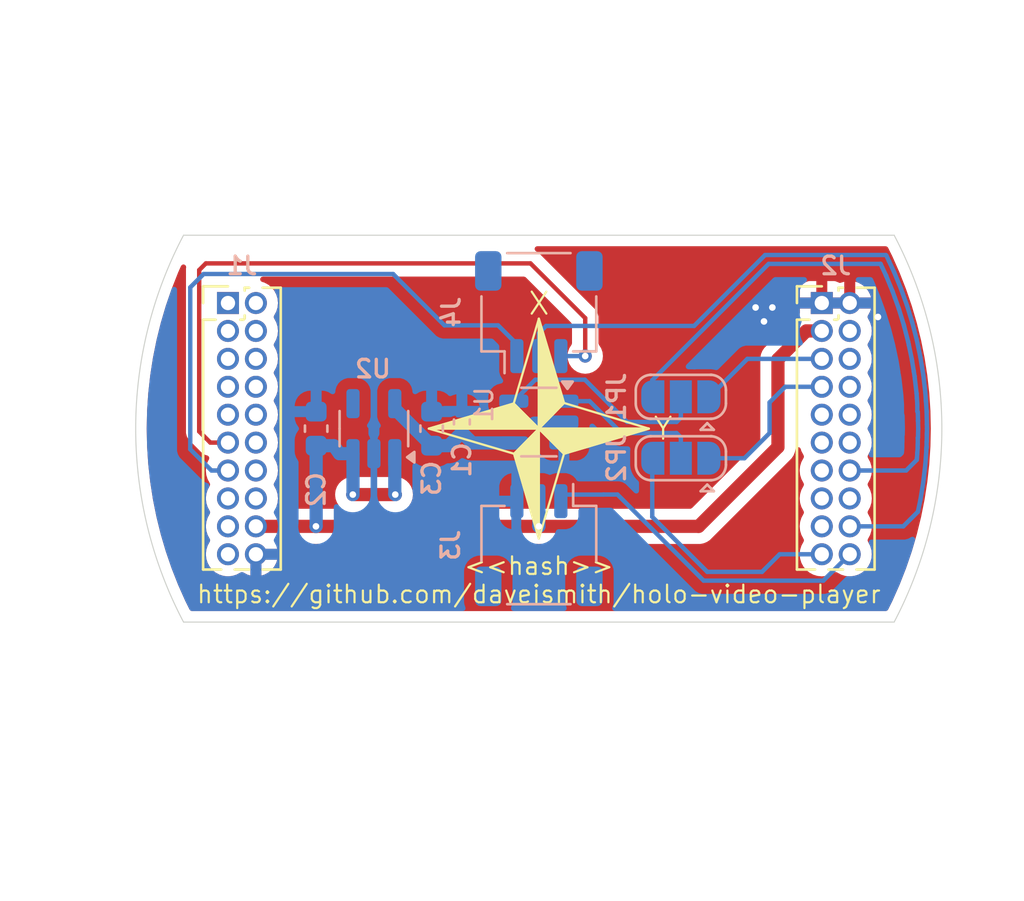
<source format=kicad_pcb>
(kicad_pcb (version 20240108) (generator "pcbnew") (generator_version "8.0")
  (layers (0 "F.Cu" signal) (31 "B.Cu" signal) (34 "B.Paste" user) (35 "F.Paste" user) (36 "B.SilkS" user "B.Silkscreen") (37 "F.SilkS" user "F.Silkscreen") (38 "B.Mask" user) (39 "F.Mask" user) (44 "Edge.Cuts" user))
  (net 0 "")
  (net 1 "+3V3")
  (net 2 "SCL")
  (net 3 "GND")
  (net 4 "SDA")
  (net 5 "VCC")
  (net 33 "I2C1_SDA")
  (net 34 "I2C1_SCL")
  (net 35 "I2C2_SCL")
  (net 36 "I2C2_SDA")
  (net 37 "RXD")
  (net 38 "SERVO1")
  (net 39 "TXD")
  (net 40 "SERVO2")
  (footprint "Connector_PinHeader_1.27mm:PinHeader_2x10_P1.27mm_Vertical" (layer "F.Cu") (at 85.865 94.285)
    (property "Reference" "J1" (at 0.635 -1.695 0) (layer "B.SilkS") (effects (font (size 0.8 0.8)) (justify mirror)))
    (property "Value" "Conn_02x10_Odd_Even")
    (fp_line (start -1.13 -0.76) (end 0 -0.76) (stroke (width 0.12)) (layer "F.SilkS"))
    (fp_line (start -1.13 0) (end -1.13 -0.76) (stroke (width 0.12)) (layer "F.SilkS"))
    (fp_line (start -1.13 0.76) (end -1.13 12.125) (stroke (width 0.12)) (layer "F.SilkS"))
    (fp_line (start -1.13 0.76) (end -0.563471 0.76) (stroke (width 0.12)) (layer "F.SilkS"))
    (fp_line (start -1.13 12.125) (end -0.30753 12.125) (stroke (width 0.12)) (layer "F.SilkS"))
    (fp_line (start 0.30753 12.125) (end 0.96247 12.125) (stroke (width 0.12)) (layer "F.SilkS"))
    (fp_line (start 0.563471 0.76) (end 0.706529 0.76) (stroke (width 0.12)) (layer "F.SilkS"))
    (fp_line (start 0.76 -0.695) (end 0.96247 -0.695) (stroke (width 0.12)) (layer "F.SilkS"))
    (fp_line (start 0.76 -0.563471) (end 0.76 -0.695) (stroke (width 0.12)) (layer "F.SilkS"))
    (fp_line (start 0.76 0.706529) (end 0.76 0.563471) (stroke (width 0.12)) (layer "F.SilkS"))
    (fp_line (start 1.57753 -0.695) (end 2.4 -0.695) (stroke (width 0.12)) (layer "F.SilkS"))
    (fp_line (start 1.57753 12.125) (end 2.4 12.125) (stroke (width 0.12)) (layer "F.SilkS"))
    (fp_line (start 2.4 -0.695) (end 2.4 12.125) (stroke (width 0.12)) (layer "F.SilkS"))
    (pad "1" thru_hole rect (at 0 0) (size 1 1) (drill 0.65) (layers "*.Cu" "*.Mask"))
    (pad "2" thru_hole oval (at 1.27 0) (size 1 1) (drill 0.65) (layers "*.Cu" "*.Mask"))
    (pad "3" thru_hole oval (at 0 1.27) (size 1 1) (drill 0.65) (layers "*.Cu" "*.Mask"))
    (pad "4" thru_hole oval (at 1.27 1.27) (size 1 1) (drill 0.65) (layers "*.Cu" "*.Mask"))
    (pad "5" thru_hole oval (at 0 2.54) (size 1 1) (drill 0.65) (layers "*.Cu" "*.Mask"))
    (pad "6" thru_hole oval (at 1.27 2.54) (size 1 1) (drill 0.65) (layers "*.Cu" "*.Mask"))
    (pad "7" thru_hole oval (at 0 3.81) (size 1 1) (drill 0.65) (layers "*.Cu" "*.Mask"))
    (pad "8" thru_hole oval (at 1.27 3.81) (size 1 1) (drill 0.65) (layers "*.Cu" "*.Mask"))
    (pad "9" thru_hole oval (at 0 5.08) (size 1 1) (drill 0.65) (layers "*.Cu" "*.Mask"))
    (pad "10" thru_hole oval (at 1.27 5.08) (size 1 1) (drill 0.65) (layers "*.Cu" "*.Mask"))
    (pad "11" thru_hole oval (at 0 6.35) (size 1 1) (drill 0.65) (layers "*.Cu" "*.Mask") (net 40 "SERVO2"))
    (pad "12" thru_hole oval (at 1.27 6.35) (size 1 1) (drill 0.65) (layers "*.Cu" "*.Mask"))
    (pad "13" thru_hole oval (at 0 7.62) (size 1 1) (drill 0.65) (layers "*.Cu" "*.Mask") (net 38 "SERVO1"))
    (pad "14" thru_hole oval (at 1.27 7.62) (size 1 1) (drill 0.65) (layers "*.Cu" "*.Mask"))
    (pad "15" thru_hole oval (at 0 8.89) (size 1 1) (drill 0.65) (layers "*.Cu" "*.Mask"))
    (pad "16" thru_hole oval (at 1.27 8.89) (size 1 1) (drill 0.65) (layers "*.Cu" "*.Mask"))
    (pad "17" thru_hole oval (at 0 10.16) (size 1 1) (drill 0.65) (layers "*.Cu" "*.Mask"))
    (pad "18" thru_hole oval (at 1.27 10.16) (size 1 1) (drill 0.65) (layers "*.Cu" "*.Mask") (net 5 "VCC"))
    (pad "19" thru_hole oval (at 0 11.43) (size 1 1) (drill 0.65) (layers "*.Cu" "*.Mask"))
    (pad "20" thru_hole oval (at 1.27 11.43) (size 1 1) (drill 0.65) (layers "*.Cu" "*.Mask") (net 3 "GND"))
  )
  (footprint "Connector_PinHeader_1.27mm:PinHeader_2x10_P1.27mm_Vertical" (layer "F.Cu") (at 112.865 94.285)
    (property "Reference" "J2" (at 0.635 -1.695 0) (layer "B.SilkS") (effects (font (size 0.8 0.8)) (justify mirror)))
    (property "Value" "Conn_02x10_Odd_Even")
    (fp_line (start -1.13 -0.76) (end 0 -0.76) (stroke (width 0.12)) (layer "F.SilkS"))
    (fp_line (start -1.13 0) (end -1.13 -0.76) (stroke (width 0.12)) (layer "F.SilkS"))
    (fp_line (start -1.13 0.76) (end -1.13 12.125) (stroke (width 0.12)) (layer "F.SilkS"))
    (fp_line (start -1.13 0.76) (end -0.563471 0.76) (stroke (width 0.12)) (layer "F.SilkS"))
    (fp_line (start -1.13 12.125) (end -0.30753 12.125) (stroke (width 0.12)) (layer "F.SilkS"))
    (fp_line (start 0.30753 12.125) (end 0.96247 12.125) (stroke (width 0.12)) (layer "F.SilkS"))
    (fp_line (start 0.563471 0.76) (end 0.706529 0.76) (stroke (width 0.12)) (layer "F.SilkS"))
    (fp_line (start 0.76 -0.695) (end 0.96247 -0.695) (stroke (width 0.12)) (layer "F.SilkS"))
    (fp_line (start 0.76 -0.563471) (end 0.76 -0.695) (stroke (width 0.12)) (layer "F.SilkS"))
    (fp_line (start 0.76 0.706529) (end 0.76 0.563471) (stroke (width 0.12)) (layer "F.SilkS"))
    (fp_line (start 1.57753 -0.695) (end 2.4 -0.695) (stroke (width 0.12)) (layer "F.SilkS"))
    (fp_line (start 1.57753 12.125) (end 2.4 12.125) (stroke (width 0.12)) (layer "F.SilkS"))
    (fp_line (start 2.4 -0.695) (end 2.4 12.125) (stroke (width 0.12)) (layer "F.SilkS"))
    (pad "1" thru_hole rect (at 0 0) (size 1 1) (drill 0.65) (layers "*.Cu" "*.Mask") (net 3 "GND"))
    (pad "2" thru_hole oval (at 1.27 0) (size 1 1) (drill 0.65) (layers "*.Cu" "*.Mask") (net 3 "GND"))
    (pad "3" thru_hole oval (at 0 1.27) (size 1 1) (drill 0.65) (layers "*.Cu" "*.Mask") (net 5 "VCC"))
    (pad "4" thru_hole oval (at 1.27 1.27) (size 1 1) (drill 0.65) (layers "*.Cu" "*.Mask"))
    (pad "5" thru_hole oval (at 0 2.54) (size 1 1) (drill 0.65) (layers "*.Cu" "*.Mask") (net 33 "I2C1_SDA"))
    (pad "6" thru_hole oval (at 1.27 2.54) (size 1 1) (drill 0.65) (layers "*.Cu" "*.Mask"))
    (pad "7" thru_hole oval (at 0 3.81) (size 1 1) (drill 0.65) (layers "*.Cu" "*.Mask") (net 34 "I2C1_SCL"))
    (pad "8" thru_hole oval (at 1.27 3.81) (size 1 1) (drill 0.65) (layers "*.Cu" "*.Mask"))
    (pad "9" thru_hole oval (at 0 5.08) (size 1 1) (drill 0.65) (layers "*.Cu" "*.Mask"))
    (pad "10" thru_hole oval (at 1.27 5.08) (size 1 1) (drill 0.65) (layers "*.Cu" "*.Mask"))
    (pad "11" thru_hole oval (at 0 6.35) (size 1 1) (drill 0.65) (layers "*.Cu" "*.Mask"))
    (pad "12" thru_hole oval (at 1.27 6.35) (size 1 1) (drill 0.65) (layers "*.Cu" "*.Mask"))
    (pad "13" thru_hole oval (at 0 7.62) (size 1 1) (drill 0.65) (layers "*.Cu" "*.Mask"))
    (pad "14" thru_hole oval (at 1.27 7.62) (size 1 1) (drill 0.65) (layers "*.Cu" "*.Mask") (net 36 "I2C2_SDA"))
    (pad "15" thru_hole oval (at 0 8.89) (size 1 1) (drill 0.65) (layers "*.Cu" "*.Mask"))
    (pad "16" thru_hole oval (at 1.27 8.89) (size 1 1) (drill 0.65) (layers "*.Cu" "*.Mask"))
    (pad "17" thru_hole oval (at 0 10.16) (size 1 1) (drill 0.65) (layers "*.Cu" "*.Mask"))
    (pad "18" thru_hole oval (at 1.27 10.16) (size 1 1) (drill 0.65) (layers "*.Cu" "*.Mask") (net 39 "TXD"))
    (pad "19" thru_hole oval (at 0 11.43) (size 1 1) (drill 0.65) (layers "*.Cu" "*.Mask") (net 35 "I2C2_SCL"))
    (pad "20" thru_hole oval (at 1.27 11.43) (size 1 1) (drill 0.65) (layers "*.Cu" "*.Mask") (net 37 "RXD"))
  )
  (footprint "Capacitor_SMD:C_0603_1608Metric" (layer "B.Cu") (at 89.875 100 90)
    (property "Reference" "C2" (at -2.775 0 90) (layer "B.SilkS") (effects (font (size 0.8 0.8)) (justify mirror)))
    (property "Value" "10uF")
    (fp_line (start 0.14058 -0.51) (end -0.14058 -0.51) (stroke (width 0.12)) (layer "B.SilkS"))
    (fp_line (start 0.14058 0.51) (end -0.14058 0.51) (stroke (width 0.12)) (layer "B.SilkS"))
    (pad "1" smd roundrect (at -0.775 0 90) (size 0.9 0.95) (layers "B.Cu" "B.Paste" "B.Mask") (net 5 "VCC"))
    (pad "2" smd roundrect (at 0.775 0 90) (size 0.9 0.95) (layers "B.Cu" "B.Paste" "B.Mask") (net 3 "GND"))
  )
  (footprint "Package_TO_SOT_SMD:SOT-23-6" (layer "B.Cu") (at 100 99.7 180)
    (property "Reference" "U1" (at 2.4894 0.7876 90) (layer "B.SilkS") (effects (font (size 0.8 0.8) (thickness 0.125)) (justify mirror)))
    (property "Value" "TLV493D")
    (fp_line (start 0.8 1.56) (end 0 1.56) (stroke (width 0.12)) (layer "B.SilkS"))
    (fp_line (start 0.8 -1.56) (end 0 -1.56) (stroke (width 0.12)) (layer "B.SilkS"))
    (fp_line (start -0.8 1.56) (end 0 1.56) (stroke (width 0.12)) (layer "B.SilkS"))
    (fp_line (start -0.8 -1.56) (end 0 -1.56) (stroke (width 0.12)) (layer "B.SilkS"))
    (fp_poly (pts (xy -1.3 1.51) (xy -1.54 1.84) (xy -1.06 1.84) (xy -1.3 1.51)) (stroke (width 0.12)) (fill solid) (layer "B.SilkS"))
    (pad "1" smd roundrect (at -1.1375 0.95 180) (size 1.325 0.6) (layers "B.Cu" "B.Paste" "B.Mask") (net 2 "SCL"))
    (pad "2" smd roundrect (at -1.1375 0 180) (size 1.325 0.6) (layers "B.Cu" "B.Paste" "B.Mask") (net 3 "GND"))
    (pad "3" smd roundrect (at -1.1375 -0.95 180) (size 1.325 0.6) (layers "B.Cu" "B.Paste" "B.Mask") (net 3 "GND"))
    (pad "4" smd roundrect (at 1.1375 -0.95 180) (size 1.325 0.6) (layers "B.Cu" "B.Paste" "B.Mask") (net 1 "+3V3"))
    (pad "5" smd roundrect (at 1.1375 0 180) (size 1.325 0.6) (layers "B.Cu" "B.Paste" "B.Mask") (net 3 "GND"))
    (pad "6" smd roundrect (at 1.1375 0.95 180) (size 1.325 0.6) (layers "B.Cu" "B.Paste" "B.Mask") (net 4 "SDA"))
  )
  (footprint "Capacitor_SMD:C_0402_1005Metric" (layer "B.Cu") (at 96.5 99.695 90)
    (property "Reference" "C1" (at -1.7272 0 90) (layer "B.SilkS") (effects (font (size 0.8 0.8)) (justify mirror)))
    (property "Value" "0.1uF")
    (fp_line (start 0.107836 -0.36) (end -0.107836 -0.36) (stroke (width 0.12)) (layer "B.SilkS"))
    (fp_line (start 0.107836 0.36) (end -0.107836 0.36) (stroke (width 0.12)) (layer "B.SilkS"))
    (pad "1" smd roundrect (at -0.48 0 90) (size 0.56 0.62) (layers "B.Cu" "B.Paste" "B.Mask") (net 1 "+3V3"))
    (pad "2" smd roundrect (at 0.48 0 90) (size 0.56 0.62) (layers "B.Cu" "B.Paste" "B.Mask") (net 3 "GND"))
  )
  (footprint "Connector_JST:JST_SH_SM03B-SRSS-TB_1x03-1MP_P1.00mm_Horizontal" (layer "B.Cu") (at 100 105.3 180)
    (property "Reference" "J3" (at 4.0134 -0.0036 90) (layer "B.SilkS") (effects (font (size 0.8 0.8)) (justify mirror)))
    (property "Value" "Conn_01x03_Pin")
    (fp_line (start 2.61 1.785) (end 2.61 -0.715) (stroke (width 0.12)) (layer "B.SilkS"))
    (fp_line (start 1.56 1.785) (end 2.61 1.785) (stroke (width 0.12)) (layer "B.SilkS"))
    (fp_line (start 1.44 -2.685) (end -1.44 -2.685) (stroke (width 0.12)) (layer "B.SilkS"))
    (fp_line (start -1.56 2.775) (end -1.56 1.785) (stroke (width 0.12)) (layer "B.SilkS"))
    (fp_line (start -1.56 1.785) (end -2.61 1.785) (stroke (width 0.12)) (layer "B.SilkS"))
    (fp_line (start -2.61 1.785) (end -2.61 -0.715) (stroke (width 0.12)) (layer "B.SilkS"))
    (pad "1" smd roundrect (at -1 2 180) (size 0.6 1.55) (layers "B.Cu" "B.Paste" "B.Mask") (net 37 "RXD"))
    (pad "2" smd roundrect (at 0 2 180) (size 0.6 1.55) (layers "B.Cu" "B.Paste" "B.Mask") (net 5 "VCC"))
    (pad "3" smd roundrect (at 1 2 180) (size 0.6 1.55) (layers "B.Cu" "B.Paste" "B.Mask") (net 3 "GND"))
    (pad "MP" smd roundrect (at -2.3 -1.875 180) (size 1.2 1.8) (layers "B.Cu" "B.Paste" "B.Mask") (roundrect_rratio 0.208333))
    (pad "MP" smd roundrect (at 2.3 -1.875 180) (size 1.2 1.8) (layers "B.Cu" "B.Paste" "B.Mask") (roundrect_rratio 0.208333))
  )
  (footprint "Connector_JST:JST_SH_SM03B-SRSS-TB_1x03-1MP_P1.00mm_Horizontal" (layer "B.Cu") (at 100 94.7)
    (property "Reference" "J4" (at -3.988 -0.004 90) (layer "B.SilkS") (effects (font (size 0.8 0.8)) (justify mirror)))
    (property "Value" "Conn_01x03_Pin")
    (fp_line (start -2.61 1.785) (end -2.61 -0.715) (stroke (width 0.12)) (layer "B.SilkS"))
    (fp_line (start -1.56 1.785) (end -2.61 1.785) (stroke (width 0.12)) (layer "B.SilkS"))
    (fp_line (start -1.56 2.775) (end -1.56 1.785) (stroke (width 0.12)) (layer "B.SilkS"))
    (fp_line (start 1.44 -2.685) (end -1.44 -2.685) (stroke (width 0.12)) (layer "B.SilkS"))
    (fp_line (start 1.56 1.785) (end 2.61 1.785) (stroke (width 0.12)) (layer "B.SilkS"))
    (fp_line (start 2.61 1.785) (end 2.61 -0.715) (stroke (width 0.12)) (layer "B.SilkS"))
    (pad "1" smd roundrect (at -1 2) (size 0.6 1.55) (layers "B.Cu" "B.Paste" "B.Mask") (net 38 "SERVO1"))
    (pad "2" smd roundrect (at 0 2) (size 0.6 1.55) (layers "B.Cu" "B.Paste" "B.Mask") (net 39 "TXD"))
    (pad "3" smd roundrect (at 1 2) (size 0.6 1.55) (layers "B.Cu" "B.Paste" "B.Mask") (net 40 "SERVO2"))
    (pad "MP" smd roundrect (at -2.3 -1.875) (size 1.2 1.8) (layers "B.Cu" "B.Paste" "B.Mask") (roundrect_rratio 0.208333))
    (pad "MP" smd roundrect (at 2.3 -1.875) (size 1.2 1.8) (layers "B.Cu" "B.Paste" "B.Mask") (roundrect_rratio 0.208333))
  )
  (footprint "Jumper:SolderJumper-3_P1.3mm_Open_RoundedPad1.0x1.5mm" (layer "B.Cu") (at 106.456 98.552 180)
    (property "Reference" "JP1" (at 2.9256 0 90) (layer "B.SilkS") (effects (font (size 0.8 0.8)) (justify mirror)))
    (property "Value" "SolderJumper_3_Open")
    (fp_line (start 2.05 -0.3) (end 2.05 0.3) (stroke (width 0.12)) (layer "B.SilkS"))
    (fp_line (start 1.4 1) (end -1.4 1) (stroke (width 0.12)) (layer "B.SilkS"))
    (fp_line (start -0.9 -1.5) (end -1.2 -1.2) (stroke (width 0.12)) (layer "B.SilkS"))
    (fp_line (start -0.9 -1.5) (end -1.5 -1.5) (stroke (width 0.12)) (layer "B.SilkS"))
    (fp_line (start -1.4 -1) (end 1.4 -1) (stroke (width 0.12)) (layer "B.SilkS"))
    (fp_line (start -1.5 -1.5) (end -1.2 -1.2) (stroke (width 0.12)) (layer "B.SilkS"))
    (fp_line (start -2.05 0.3) (end -2.05 -0.3) (stroke (width 0.12)) (layer "B.SilkS"))
    (fp_arc (start 2.05 0.3) (mid 1.844975 0.794975) (end 1.35 1) (stroke (width 0.12)) (layer "B.SilkS"))
    (fp_arc (start 1.35 -1) (mid 1.844975 -0.794975) (end 2.05 -0.3) (stroke (width 0.12)) (layer "B.SilkS"))
    (fp_arc (start -1.35 1) (mid -1.844975 0.794975) (end -2.05 0.3) (stroke (width 0.12)) (layer "B.SilkS"))
    (fp_arc (start -2.05 -0.3) (mid -1.844975 -0.794975) (end -1.35 -1) (stroke (width 0.12)) (layer "B.SilkS"))
    (pad "1" smd custom (at -1.3 0 180) (size 1 0.5) (layers "B.Cu" "B.Mask") (net 33 "I2C1_SDA") (options (clearance outline) (anchor rect)) (primitives (gr_circle (center 0 -0.25) (end 0.5 -0.25) (width 0) (fill yes)) (gr_circle (center 0 0.25) (end 0.5 0.25) (width 0) (fill yes)) (gr_poly (pts (xy 0.55 -0.75) (xy 0 -0.75) (xy 0 0.75) (xy 0.55 0.75)) (width 0) (fill yes))))
    (pad "2" smd rect (at 0 0 180) (size 1 1.5) (layers "B.Cu" "B.Mask") (net 4 "SDA"))
    (pad "3" smd custom (at 1.3 0 180) (size 1 0.5) (layers "B.Cu" "B.Mask") (net 36 "I2C2_SDA") (options (clearance outline) (anchor rect)) (primitives (gr_circle (center 0 -0.25) (end 0.5 -0.25) (width 0) (fill yes)) (gr_circle (center 0 0.25) (end 0.5 0.25) (width 0) (fill yes)) (gr_poly (pts (xy 0 -0.75) (xy -0.55 -0.75) (xy -0.55 0.75) (xy 0 0.75)) (width 0) (fill yes))))
  )
  (footprint "Package_TO_SOT_SMD:SOT-23-5" (layer "B.Cu") (at 92.5 100 90)
    (property "Reference" "U2" (at 2.718 -0.044 180) (layer "B.SilkS") (effects (font (size 0.8 0.8)) (justify mirror)))
    (property "Value" "AP2112K-3.3")
    (fp_line (start 0.8 -1.56) (end 0 -1.56) (stroke (width 0.12)) (layer "B.SilkS"))
    (fp_line (start -0.8 -1.56) (end 0 -1.56) (stroke (width 0.12)) (layer "B.SilkS"))
    (fp_line (start 0.8 1.56) (end 0 1.56) (stroke (width 0.12)) (layer "B.SilkS"))
    (fp_line (start -0.8 1.56) (end 0 1.56) (stroke (width 0.12)) (layer "B.SilkS"))
    (fp_poly (pts (xy -1.3 1.51) (xy -1.54 1.84) (xy -1.06 1.84) (xy -1.3 1.51)) (stroke (width 0.12)) (fill solid) (layer "B.SilkS"))
    (pad "1" smd roundrect (at -1.1375 0.95 90) (size 1.325 0.6) (layers "B.Cu" "B.Paste" "B.Mask") (net 5 "VCC"))
    (pad "2" smd roundrect (at -1.1375 0 90) (size 1.325 0.6) (layers "B.Cu" "B.Paste" "B.Mask") (net 3 "GND"))
    (pad "3" smd roundrect (at -1.1375 -0.95 90) (size 1.325 0.6) (layers "B.Cu" "B.Paste" "B.Mask") (net 5 "VCC"))
    (pad "4" smd roundrect (at 1.1375 -0.95 90) (size 1.325 0.6) (layers "B.Cu" "B.Paste" "B.Mask"))
    (pad "5" smd roundrect (at 1.1375 0.95 90) (size 1.325 0.6) (layers "B.Cu" "B.Paste" "B.Mask") (net 1 "+3V3"))
  )
  (footprint "Jumper:SolderJumper-3_P1.3mm_Open_RoundedPad1.0x1.5mm" (layer "B.Cu") (at 106.456 101.346 180)
    (property "Reference" "JP2" (at 2.9256 0 90) (layer "B.SilkS") (effects (font (size 0.8 0.8)) (justify mirror)))
    (property "Value" "SolderJumper_3_Open")
    (fp_line (start 2.05 -0.3) (end 2.05 0.3) (stroke (width 0.12)) (layer "B.SilkS"))
    (fp_line (start 1.4 1) (end -1.4 1) (stroke (width 0.12)) (layer "B.SilkS"))
    (fp_line (start -0.9 -1.5) (end -1.2 -1.2) (stroke (width 0.12)) (layer "B.SilkS"))
    (fp_line (start -0.9 -1.5) (end -1.5 -1.5) (stroke (width 0.12)) (layer "B.SilkS"))
    (fp_line (start -1.4 -1) (end 1.4 -1) (stroke (width 0.12)) (layer "B.SilkS"))
    (fp_line (start -1.5 -1.5) (end -1.2 -1.2) (stroke (width 0.12)) (layer "B.SilkS"))
    (fp_line (start -2.05 0.3) (end -2.05 -0.3) (stroke (width 0.12)) (layer "B.SilkS"))
    (fp_arc (start 2.05 0.3) (mid 1.844975 0.794975) (end 1.35 1) (stroke (width 0.12)) (layer "B.SilkS"))
    (fp_arc (start 1.35 -1) (mid 1.844975 -0.794975) (end 2.05 -0.3) (stroke (width 0.12)) (layer "B.SilkS"))
    (fp_arc (start -1.35 1) (mid -1.844975 0.794975) (end -2.05 0.3) (stroke (width 0.12)) (layer "B.SilkS"))
    (fp_arc (start -2.05 -0.3) (mid -1.844975 -0.794975) (end -1.35 -1) (stroke (width 0.12)) (layer "B.SilkS"))
    (pad "1" smd custom (at -1.3 0 180) (size 1 0.5) (layers "B.Cu" "B.Mask") (net 34 "I2C1_SCL") (options (clearance outline) (anchor rect)) (primitives (gr_circle (center 0 -0.25) (end 0.5 -0.25) (width 0) (fill yes)) (gr_circle (center 0 0.25) (end 0.5 0.25) (width 0) (fill yes)) (gr_poly (pts (xy 0.55 -0.75) (xy 0 -0.75) (xy 0 0.75) (xy 0.55 0.75)) (width 0) (fill yes))))
    (pad "2" smd rect (at 0 0 180) (size 1 1.5) (layers "B.Cu" "B.Mask") (net 2 "SCL"))
    (pad "3" smd custom (at 1.3 0 180) (size 1 0.5) (layers "B.Cu" "B.Mask") (net 35 "I2C2_SCL") (options (clearance outline) (anchor rect)) (primitives (gr_circle (center 0 -0.25) (end 0.5 -0.25) (width 0) (fill yes)) (gr_circle (center 0 0.25) (end 0.5 0.25) (width 0) (fill yes)) (gr_poly (pts (xy 0 -0.75) (xy -0.55 -0.75) (xy -0.55 0.75) (xy 0 0.75)) (width 0) (fill yes))))
  )
  (footprint "Capacitor_SMD:C_0603_1608Metric" (layer "B.Cu") (at 95.125 100 90)
    (property "Reference" "C3" (at -2.2604 -0.002 90) (layer "B.SilkS") (effects (font (size 0.8 0.8)) (justify mirror)))
    (property "Value" "10uF")
    (fp_line (start 0.14058 -0.51) (end -0.14058 -0.51) (stroke (width 0.12)) (layer "B.SilkS"))
    (fp_line (start 0.14058 0.51) (end -0.14058 0.51) (stroke (width 0.12)) (layer "B.SilkS"))
    (pad "1" smd roundrect (at -0.775 0 90) (size 0.9 0.95) (layers "B.Cu" "B.Paste" "B.Mask") (net 1 "+3V3"))
    (pad "2" smd roundrect (at 0.775 0 90) (size 0.9 0.95) (layers "B.Cu" "B.Paste" "B.Mask") (net 3 "GND"))
  )
  (gr_line (start 100 95) (end 101.1428 98.8314) (stroke (width 0.1)) (layer "F.SilkS"))
  (gr_line (start 100 100) (end 105 100) (stroke (width 0.1)) (layer "F.SilkS"))
  (gr_line (start 98.8752 101.1428) (end 100 105) (stroke (width 0.1)) (layer "F.SilkS"))
  (gr_poly (pts (xy 100 100) (xy 95 100) (xy 98.8572 98.8572)) (stroke (width 0.1)) (fill solid) (layer "F.SilkS"))
  (gr_line (start 105 100) (end 101.1428 98.8314) (stroke (width 0.1)) (layer "F.SilkS"))
  (gr_line (start 95 100) (end 98.8572 98.8572) (stroke (width 0.1)) (layer "F.SilkS"))
  (gr_poly (pts (xy 100 100) (xy 100 95) (xy 101.1428 98.8314)) (stroke (width 0.1)) (fill solid) (layer "F.SilkS"))
  (gr_line (start 100 100) (end 100 105) (stroke (width 0.1)) (layer "F.SilkS"))
  (gr_line (start 100 95) (end 98.8572 98.8572) (stroke (width 0.1)) (layer "F.SilkS"))
  (gr_line (start 100 100) (end 95 100) (stroke (width 0.1)) (layer "F.SilkS"))
  (gr_line (start 100 100) (end 101.1428 101.1428) (stroke (width 0.1)) (layer "F.SilkS"))
  (gr_line (start 100 100) (end 98.8752 101.1428) (stroke (width 0.1)) (layer "F.SilkS"))
  (gr_poly (pts (xy 100 100) (xy 105 100) (xy 101.1428 101.1428)) (stroke (width 0.1)) (fill solid) (layer "F.SilkS"))
  (gr_line (start 95 100) (end 98.8752 101.1428) (stroke (width 0.1)) (layer "F.SilkS"))
  (gr_line (start 100 100) (end 100 95) (stroke (width 0.1)) (layer "F.SilkS"))
  (gr_poly (pts (xy 100 100) (xy 100 105) (xy 98.8752 101.1428)) (stroke (width 0.1)) (fill solid) (layer "F.SilkS"))
  (gr_line (start 100 100) (end 98.8572 98.8572) (stroke (width 0.1)) (layer "F.SilkS"))
  (gr_line (start 100 105) (end 101.1428 101.1428) (stroke (width 0.1)) (layer "F.SilkS"))
  (gr_line (start 105 100) (end 101.1428 101.1428) (stroke (width 0.1)) (layer "F.SilkS"))
  (gr_line (start 100 100) (end 101.1428 98.8314) (stroke (width 0.1)) (layer "F.SilkS"))
  (gr_arc (start 116.1542 91.2) (mid 118.323009 100) (end 116.1542 108.8) (stroke (width 0.05)) (layer "Edge.Cuts"))
  (gr_line (start 83.8454 108.8) (end 116.1542 108.8) (stroke (width 0.05)) (layer "Edge.Cuts"))
  (gr_line (start 83.8454 91.2) (end 116.1542 91.2) (stroke (width 0.05)) (layer "Edge.Cuts"))
  (gr_arc (start 83.8454 108.8) (mid 81.66951 100) (end 83.8454 91.2) (stroke (width 0.05)) (layer "Edge.Cuts"))
  (gr_text "<<hash>>\nhttps://github.com/daveismith/holo-video-player" (at 100 108.0008 0) (layer "F.SilkS") (effects (font (size 0.8 0.8) (thickness 0.1)) (justify bottom)))
  (gr_text "X" (at 99.4664 94.8944 0) (layer "F.SilkS") (effects (font (size 1 1) (thickness 0.1)) (justify left bottom)))
  (gr_text "Y" (at 105.156 100.584 0) (layer "F.SilkS") (effects (font (size 1 1) (thickness 0.1)) (justify left bottom)))
  (segment (start 95.9 100.775) (end 96.5 100.175) (width 0.6) (layer "B.Cu") (net 1))
  (segment (start 93.45 98.8625) (end 93.45 99.1) (width 0.6) (layer "B.Cu") (net 1))
  (segment (start 98.8625 100.65) (end 96.975 100.65) (width 0.6) (layer "B.Cu") (net 1))
  (segment (start 95.125 100.775) (end 95.9 100.775) (width 0.6) (layer "B.Cu") (net 1))
  (segment (start 96.975 100.65) (end 96.5 100.175) (width 0.6) (layer "B.Cu") (net 1))
  (segment (start 93.45 99.1) (end 95.125 100.775) (width 0.6) (layer "B.Cu") (net 1))
  (segment (start 102.306 98.75) (end 103.759 100.203) (width 0.2) (layer "B.Cu") (net 2))
  (segment (start 106.263 100.203) (end 106.456 100.396) (width 0.2) (layer "B.Cu") (net 2))
  (segment (start 103.759 100.203) (end 106.263 100.203) (width 0.2) (layer "B.Cu") (net 2))
  (segment (start 106.456 100.396) (end 106.456 101.346) (width 0.2) (layer "B.Cu") (net 2))
  (segment (start 101.1375 98.75) (end 102.306 98.75) (width 0.2) (layer "B.Cu") (net 2))
  (via (at 110.236 95.123) (size 0.6) (drill 0.3) (layers "F.Cu" "B.Cu") (net 3))
  (via (at 110.617 94.488) (size 0.6) (drill 0.3) (layers "F.Cu" "B.Cu") (net 3))
  (via (at 109.855 94.488) (size 0.6) (drill 0.3) (layers "F.Cu" "B.Cu") (net 3))
  (via (at 115.4176 94.9198) (size 0.6) (drill 0.3) (layers "F.Cu" "B.Cu") (net 3))
  (segment (start 98.8625 98.75) (end 99.8375 97.775) (width 0.2) (layer "B.Cu") (net 4))
  (segment (start 99.8375 97.775) (end 102.093 97.775) (width 0.2) (layer "B.Cu") (net 4))
  (segment (start 106.263 99.695) (end 106.456 99.502) (width 0.2) (layer "B.Cu") (net 4))
  (segment (start 106.456 99.502) (end 106.456 98.552) (width 0.2) (layer "B.Cu") (net 4))
  (segment (start 102.093 97.775) (end 104.013 99.695) (width 0.2) (layer "B.Cu") (net 4))
  (segment (start 104.013 99.695) (end 106.263 99.695) (width 0.2) (layer "B.Cu") (net 4))
  (segment (start 91.5416 103) (end 93.472 103) (width 0.6) (layer "F.Cu") (net 5))
  (segment (start 112.157894 95.555) (end 112.865 95.555) (width 0.6) (layer "F.Cu") (net 5))
  (segment (start 107.264 104.445) (end 110.871 100.838) (width 0.6) (layer "F.Cu") (net 5))
  (segment (start 89.8652 104.4448) (end 89.8654 104.445) (width 0.6) (layer "F.Cu") (net 5))
  (segment (start 89.865 104.445) (end 89.8652 104.4448) (width 0.6) (layer "F.Cu") (net 5))
  (segment (start 110.871 96.841894) (end 112.157894 95.555) (width 0.6) (layer "F.Cu") (net 5))
  (segment (start 99.9998 104.4448) (end 100 104.445) (width 0.6) (layer "F.Cu") (net 5))
  (segment (start 100 104.445) (end 107.264 104.445) (width 0.6) (layer "F.Cu") (net 5))
  (segment (start 89.8652 104.4448) (end 99.9998 104.4448) (width 0.6) (layer "F.Cu") (net 5))
  (segment (start 110.871 100.838) (end 110.871 96.841894) (width 0.6) (layer "F.Cu") (net 5))
  (segment (start 87.135 104.445) (end 89.865 104.445) (width 0.6) (layer "F.Cu") (net 5))
  (segment (start 99.9996 104.445) (end 99.9998 104.4448) (width 0.6) (layer "F.Cu") (net 5))
  (via (at 99.9998 104.4448) (size 0.6) (drill 0.3) (layers "F.Cu" "B.Cu") (net 5))
  (via (at 93.472 103) (size 0.6) (drill 0.3) (layers "F.Cu" "B.Cu") (net 5))
  (via (at 89.8652 104.4448) (size 0.6) (drill 0.3) (layers "F.Cu" "B.Cu") (net 5))
  (via (at 91.5416 103) (size 0.6) (drill 0.3) (layers "F.Cu" "B.Cu") (net 5))
  (segment (start 91.55 102.9916) (end 91.5416 103) (width 0.6) (layer "B.Cu") (net 5))
  (segment (start 93.45 102.978) (end 93.472 103) (width 0.6) (layer "B.Cu") (net 5))
  (segment (start 100 103) (end 100 104.4446) (width 0.6) (layer "B.Cu") (net 5))
  (segment (start 93.45 101.1375) (end 93.45 102.978) (width 0.6) (layer "B.Cu") (net 5))
  (segment (start 90.678 100.775) (end 90.932 101.1375) (width 0.6) (layer "B.Cu") (net 5))
  (segment (start 90.932 101.1375) (end 91.55 101.1375) (width 0.6) (layer "B.Cu") (net 5))
  (segment (start 89.875 100.775) (end 90.678 100.775) (width 0.6) (layer "B.Cu") (net 5))
  (segment (start 89.875 104.435) (end 89.8652 104.4448) (width 0.6) (layer "B.Cu") (net 5))
  (segment (start 91.55 101.1375) (end 91.55 102.9916) (width 0.6) (layer "B.Cu") (net 5))
  (segment (start 89.875 100.775) (end 89.875 104.435) (width 0.6) (layer "B.Cu") (net 5))
  (segment (start 100 104.4446) (end 99.9998 104.4448) (width 0.6) (layer "B.Cu") (net 5))
  (segment (start 107.756 98.552) (end 109.483 96.825) (width 0.2) (layer "B.Cu") (net 33))
  (segment (start 109.483 96.825) (end 112.865 96.825) (width 0.2) (layer "B.Cu") (net 33))
  (segment (start 111.201 98.095) (end 112.865 98.095) (width 0.2) (layer "B.Cu") (net 34))
  (segment (start 109.347 101.346) (end 110.49 100.203) (width 0.2) (layer "B.Cu") (net 34))
  (segment (start 110.49 98.806) (end 111.201 98.095) (width 0.2) (layer "B.Cu") (net 34))
  (segment (start 110.49 100.203) (end 110.49 98.806) (width 0.2) (layer "B.Cu") (net 34))
  (segment (start 107.756 101.346) (end 109.347 101.346) (width 0.2) (layer "B.Cu") (net 34))
  (segment (start 110.147 106.515) (end 110.947 105.715) (width 0.2) (layer "B.Cu") (net 35))
  (segment (start 105.156 104.013) (end 105.156 101.346) (width 0.2) (layer "B.Cu") (net 35))
  (segment (start 107.658 106.515) (end 110.147 106.515) (width 0.2) (layer "B.Cu") (net 35))
  (segment (start 110.947 105.715) (end 112.865 105.715) (width 0.2) (layer "B.Cu") (net 35))
  (segment (start 107.658 106.515) (end 105.156 104.013) (width 0.2) (layer "B.Cu") (net 35))
  (segment (start 116.684008 95.63458) (end 116.61902 95.383367) (width 0.2) (layer "B.Cu") (net 36))
  (segment (start 117.207674 98.890149) (end 117.189317 98.624681) (width 0.2) (layer "B.Cu") (net 36))
  (segment (start 117.045633 97.386033) (end 117.0432 97.3836) (width 0.2) (layer "B.Cu") (net 36))
  (segment (start 117.0432 97.371061) (end 116.96682 96.901029) (width 0.2) (layer "B.Cu") (net 36))
  (segment (start 114.135 101.905) (end 116.698734 101.905) (width 0.2) (layer "B.Cu") (net 36))
  (segment (start 117.19073 101.345687) (end 117.204685 101.143868) (width 0.2) (layer "B.Cu") (net 36))
  (segment (start 117.189317 98.624681) (end 117.174139 98.405198) (width 0.2) (layer "B.Cu") (net 36))
  (segment (start 116.602785 95.320614) (end 116.591914 95.278593) (width 0.2) (layer "B.Cu") (net 36))
  (segment (start 117.207674 99.219325) (end 117.207674 98.890149) (width 0.2) (layer "B.Cu") (net 36))
  (segment (start 117.0432 97.3836) (end 117.0432 97.371061) (width 0.2) (layer "B.Cu") (net 36))
  (segment (start 116.61902 95.383367) (end 116.602785 95.320614) (width 0.2) (layer "B.Cu") (net 36))
  (segment (start 116.791315 96.04938) (end 116.684008 95.63458) (width 0.2) (layer "B.Cu") (net 36))
  (segment (start 117.174139 98.405198) (end 117.172552 98.391464) (width 0.2) (layer "B.Cu") (net 36))
  (segment (start 117.172552 98.391464) (end 117.096905 97.73695) (width 0.2) (layer "B.Cu") (net 36))
  (segment (start 117.237787 100.412333) (end 117.24669 100.025585) (width 0.2) (layer "B.Cu") (net 36))
  (segment (start 116.186029 94.041625) (end 116.087857 93.768624) (width 0.2) (layer "B.Cu") (net 36))
  (segment (start 115.789057 93.044237) (end 115.784279 93.032654) (width 0.2) (layer "B.Cu") (net 36))
  (segment (start 117.230034 99.241685) (end 117.207674 99.219325) (width 0.2) (layer "B.Cu") (net 36))
  (segment (start 117.24669 100.025585) (end 117.24669 99.996093) (width 0.2) (layer "B.Cu") (net 36))
  (segment (start 117.208721 101.085501) (end 117.222972 100.879416) (width 0.2) (layer "B.Cu") (net 36))
  (segment (start 117.096905 97.73695) (end 117.082737 97.614364) (width 0.2) (layer "B.Cu") (net 36))
  (segment (start 105.156 97.797) (end 110.447925 92.505075) (width 0.2) (layer "B.Cu") (net 36))
  (segment (start 115.784279 93.032654) (end 115.614353 92.669123) (width 0.2) (layer "B.Cu") (net 36))
  (segment (start 115.537672 92.505075) (end 115.532997 92.5004) (width 0.2) (layer "B.Cu") (net 36))
  (segment (start 117.228745 100.421375) (end 117.237787 100.412333) (width 0.2) (layer "B.Cu") (net 36))
  (segment (start 116.064852 93.712852) (end 115.980294 93.507857) (width 0.2) (layer "B.Cu") (net 36))
  (segment (start 117.239293 99.643897) (end 117.230034 99.241685) (width 0.2) (layer "B.Cu") (net 36))
  (segment (start 117.082736 97.614356) (end 117.045633 97.386033) (width 0.2) (layer "B.Cu") (net 36))
  (segment (start 117.24669 99.996093) (end 117.247384 99.995399) (width 0.2) (layer "B.Cu") (net 36))
  (segment (start 116.820341 96.187511) (end 116.820235 96.187005) (width 0.2) (layer "B.Cu") (net 36))
  (segment (start 117.204685 101.143868) (end 117.208721 101.085501) (width 0.2) (layer "B.Cu") (net 36))
  (segment (start 117.222972 100.727542) (end 117.228745 100.721769) (width 0.2) (layer "B.Cu") (net 36))
  (segment (start 116.791315 96.049382) (end 116.791315 96.04938) (width 0.2) (layer "B.Cu") (net 36))
  (segment (start 117.228745 100.721769) (end 117.228745 100.421375) (width 0.2) (layer "B.Cu") (net 36))
  (segment (start 117.239293 99.643898) (end 117.239293 99.643897) (width 0.2) (layer "B.Cu") (net 36))
  (segment (start 116.087857 93.768624) (end 116.064852 93.712852) (width 0.2) (layer "B.Cu") (net 36))
  (segment (start 116.955032 96.828492) (end 116.820341 96.187512) (width 0.2) (layer "B.Cu") (net 36))
  (segment (start 116.820235 96.187005) (end 116.791315 96.049382) (width 0.2) (layer "B.Cu") (net 36))
  (segment (start 116.820341 96.187512) (end 116.820341 96.187511) (width 0.2) (layer "B.Cu") (net 36))
  (segment (start 116.357278 94.517849) (end 116.186029 94.041625) (width 0.2) (layer "B.Cu") (net 36))
  (segment (start 117.222972 100.879416) (end 117.222972 100.727542) (width 0.2) (layer "B.Cu") (net 36))
  (segment (start 115.78958 93.045507) (end 115.78958 93.045506) (width 0.2) (layer "B.Cu") (net 36))
  (segment (start 115.614353 92.669123) (end 115.537672 92.505075) (width 0.2) (layer "B.Cu") (net 36))
  (segment (start 117.082737 97.614364) (end 117.082736 97.614356) (width 0.2) (layer "B.Cu") (net 36))
  (segment (start 105.156 98.552) (end 105.156 97.797) (width 0.2) (layer "B.Cu") (net 36))
  (segment (start 116.698734 101.905) (end 117.185729 101.418005) (width 0.2) (layer "B.Cu") (net 36))
  (segment (start 116.591914 95.278593) (end 116.591914 95.278591) (width 0.2) (layer "B.Cu") (net 36))
  (segment (start 116.96682 96.901029) (end 116.955032 96.828492) (width 0.2) (layer "B.Cu") (net 36))
  (segment (start 116.373687 94.57105) (end 116.357278 94.517849) (width 0.2) (layer "B.Cu") (net 36))
  (segment (start 116.591914 95.278591) (end 116.373687 94.57105) (width 0.2) (layer "B.Cu") (net 36))
  (segment (start 117.247384 99.995399) (end 117.239293 99.643898) (width 0.2) (layer "B.Cu") (net 36))
  (segment (start 115.78958 93.045506) (end 115.789057 93.044237) (width 0.2) (layer "B.Cu") (net 36))
  (segment (start 115.980294 93.507857) (end 115.78958 93.045507) (width 0.2) (layer "B.Cu") (net 36))
  (segment (start 110.447925 92.505075) (end 115.537672 92.505075) (width 0.2) (layer "B.Cu") (net 36))
  (segment (start 117.185729 101.418005) (end 117.19073 101.345687) (width 0.2) (layer "B.Cu") (net 36))
  (segment (start 107.492314 106.915) (end 112.935 106.915) (width 0.2) (layer "B.Cu") (net 37))
  (segment (start 103.574314 102.997) (end 102.9462 102.997) (width 0.2) (layer "B.Cu") (net 37))
  (segment (start 102.9462 102.997) (end 102.9432 103) (width 0.2) (layer "B.Cu") (net 37))
  (segment (start 102.9432 103) (end 101 103) (width 0.2) (layer "B.Cu") (net 37))
  (segment (start 112.935 106.915) (end 114.135 105.715) (width 0.2) (layer "B.Cu") (net 37))
  (segment (start 107.492314 106.915) (end 103.574314 102.997) (width 0.2) (layer "B.Cu") (net 37))
  (segment (start 93.371848 92.964) (end 84.7598 92.964) (width 0.2) (layer "B.Cu") (net 38))
  (segment (start 85.1156 101.905) (end 85.865 101.905) (width 0.2) (layer "B.Cu") (net 38))
  (segment (start 95.708648 95.3008) (end 93.371848 92.964) (width 0.2) (layer "B.Cu") (net 38))
  (segment (start 84.1502 100.9396) (end 85.1156 101.905) (width 0.2) (layer "B.Cu") (net 38))
  (segment (start 99 96.1552) (end 98.1456 95.3008) (width 0.2) (layer "B.Cu") (net 38))
  (segment (start 99 97) (end 99 96.1552) (width 0.2) (layer "B.Cu") (net 38))
  (segment (start 84.7598 92.964) (end 84.1502 93.5736) (width 0.2) (layer "B.Cu") (net 38))
  (segment (start 98.1456 95.3008) (end 95.708648 95.3008) (width 0.2) (layer "B.Cu") (net 38))
  (segment (start 84.1502 93.5736) (end 84.1502 100.9396) (width 0.2) (layer "B.Cu") (net 38))
  (segment (start 117.599794 98.762378) (end 117.594429 98.684793) (width 0.2) (layer "B.Cu") (net 39))
  (segment (start 117.180872 95.958109) (end 116.976863 95.169508) (width 0.2) (layer "B.Cu") (net 39))
  (segment (start 114.135 104.445) (end 116.56935 104.445) (width 0.2) (layer "B.Cu") (net 39))
  (segment (start 116.976863 95.169508) (end 116.73679 94.391139) (width 0.2) (layer "B.Cu") (net 39))
  (segment (start 117.63013 99.241245) (end 117.63013 99.241228) (width 0.2) (layer "B.Cu") (net 39))
  (segment (start 117.63013 99.241228) (end 117.628745 99.181059) (width 0.2) (layer "B.Cu") (net 39))
  (segment (start 116.544263 93.855745) (end 116.461146 93.624608) (width 0.2) (layer "B.Cu") (net 39))
  (segment (start 117.572552 101.622375) (end 117.615162 101.006172) (width 0.2) (layer "B.Cu") (net 39))
  (segment (start 117.642771 100.200431) (end 117.64749 99.9954) (width 0.2) (layer "B.Cu") (net 39))
  (segment (start 117.643 99.800334) (end 117.63013 99.241245) (width 0.2) (layer "B.Cu") (net 39))
  (segment (start 100.33 95.3262) (end 107.061114 95.3262) (width 0.2) (layer "B.Cu") (net 39))
  (segment (start 115.773156 92.1004) (end 115.804889 92.132133) (width 0.2) (layer "B.Cu") (net 39))
  (segment (start 117.628745 100.809741) (end 117.628745 100.58706) (width 0.2) (layer "B.Cu") (net 39))
  (segment (start 117.641018 100.27659) (end 117.642771 100.200431) (width 0.2) (layer "B.Cu") (net 39))
  (segment (start 117.633992 100.581813) (end 117.641018 100.27659) (width 0.2) (layer "B.Cu") (net 39))
  (segment (start 99.9998 96.224801) (end 100 96.225001) (width 0.2) (layer "B.Cu") (net 39))
  (segment (start 117.628745 100.58706) (end 117.633992 100.581813) (width 0.2) (layer "B.Cu") (net 39))
  (segment (start 117.594429 98.684793) (end 117.572552 98.368425) (width 0.2) (layer "B.Cu") (net 39))
  (segment (start 117.619198 100.947805) (end 117.622972 100.893228) (width 0.2) (layer "B.Cu") (net 39))
  (segment (start 117.622972 100.893228) (end 117.626746 100.889454) (width 0.2) (layer "B.Cu") (net 39))
  (segment (start 100 96.7) (end 100 95.6562) (width 0.2) (layer "B.Cu") (net 39))
  (segment (start 117.348375 96.755239) (end 117.245864 96.267399) (width 0.2) (layer "B.Cu") (net 39))
  (segment (start 116.150544 92.871612) (end 115.920908 92.380339) (width 0.2) (layer "B.Cu") (net 39))
  (segment (start 116.73679 94.391139) (end 116.544263 93.855745) (width 0.2) (layer "B.Cu") (net 39))
  (segment (start 117.49806 102.266895) (end 117.572552 101.622375) (width 0.2) (layer "B.Cu") (net 39))
  (segment (start 110.286914 92.1004) (end 115.773156 92.1004) (width 0.2) (layer "B.Cu") (net 39))
  (segment (start 116.461146 93.624608) (end 116.150544 92.871612) (width 0.2) (layer "B.Cu") (net 39))
  (segment (start 100 95.6562) (end 100.33 95.3262) (width 0.2) (layer "B.Cu") (net 39))
  (segment (start 117.628745 99.181059) (end 117.599794 98.762378) (width 0.2) (layer "B.Cu") (net 39))
  (segment (start 117.626746 100.889454) (end 117.626746 100.838654) (width 0.2) (layer "B.Cu") (net 39))
  (segment (start 116.56935 104.445) (end 117.23387 103.78048) (width 0.2) (layer "B.Cu") (net 39))
  (segment (start 117.348375 103.235561) (end 117.479033 102.43152) (width 0.2) (layer "B.Cu") (net 39))
  (segment (start 115.920908 92.380339) (end 115.917392 92.372817) (width 0.2) (layer "B.Cu") (net 39))
  (segment (start 117.572552 98.368425) (end 117.479033 97.55928) (width 0.2) (layer "B.Cu") (net 39))
  (segment (start 117.626746 100.838654) (end 117.628745 100.809741) (width 0.2) (layer "B.Cu") (net 39))
  (segment (start 117.479033 97.55928) (end 117.348375 96.755239) (width 0.2) (layer "B.Cu") (net 39))
  (segment (start 117.479033 102.43152) (end 117.49806 102.266895) (width 0.2) (layer "B.Cu") (net 39))
  (segment (start 115.917392 92.372817) (end 115.804889 92.132133) (width 0.2) (layer "B.Cu") (net 39))
  (segment (start 100 96.225001) (end 100 97) (width 0.2) (layer "B.Cu") (net 39))
  (segment (start 107.061114 95.3262) (end 110.286914 92.1004) (width 0.2) (layer "B.Cu") (net 39))
  (segment (start 117.615162 101.006172) (end 117.619198 100.947805) (width 0.2) (layer "B.Cu") (net 39))
  (segment (start 117.64749 99.9954) (end 117.643 99.800334) (width 0.2) (layer "B.Cu") (net 39))
  (segment (start 117.245864 96.267399) (end 117.180872 95.958109) (width 0.2) (layer "B.Cu") (net 39))
  (segment (start 117.23387 103.78048) (end 117.348375 103.235561) (width 0.2) (layer "B.Cu") (net 39))
  (segment (start 99.6188 92.4814) (end 84.8614 92.4814) (width 0.2) (layer "F.Cu") (net 40))
  (segment (start 85.063629 100.635) (end 85.865 100.635) (width 0.2) (layer "F.Cu") (net 40))
  (segment (start 84.8614 92.4814) (end 84.5566 92.7862) (width 0.2) (layer "F.Cu") (net 40))
  (segment (start 102.108 96.6978) (end 102.108 94.9706) (width 0.2) (layer "F.Cu") (net 40))
  (segment (start 84.5566 100.127971) (end 85.063629 100.635) (width 0.2) (layer "F.Cu") (net 40))
  (segment (start 102.108 94.9706) (end 99.6188 92.4814) (width 0.2) (layer "F.Cu") (net 40))
  (segment (start 84.5566 92.7862) (end 84.5566 100.127971) (width 0.2) (layer "F.Cu") (net 40))
  (via (at 102.108 96.6978) (size 0.6) (drill 0.3) (layers "F.Cu" "B.Cu") (net 40))
  (segment (start 101 96.7) (end 102.1058 96.7) (width 0.2) (layer "B.Cu") (net 40))
  (segment (start 102.1058 96.7) (end 102.108 96.6978) (width 0.2) (layer "B.Cu") (net 40))
  (zone (net 3) (net_name "GND") (layer "F.Cu") (priority 1) (connect_pads (clearance 0.5)) (min_thickness 0.25) (fill yes (thermal_gap 0.5) (thermal_bridge_width 0.5))
    (polygon (pts (xy 76.2 81.026) (xy 120.65 81.026) (xy 120.269 120.777) (xy 76.073 120.777)))
  )
  (zone (net 3) (net_name "GND") (layer "B.Cu") (connect_pads (clearance 0.5)) (min_thickness 0.25) (fill yes (thermal_gap 0.5) (thermal_bridge_width 0.5))
    (polygon (pts (xy 121 80.5) (xy 121 121.5) (xy 75.5 121.5) (xy 75.5 80.5)))
  )
)
</source>
